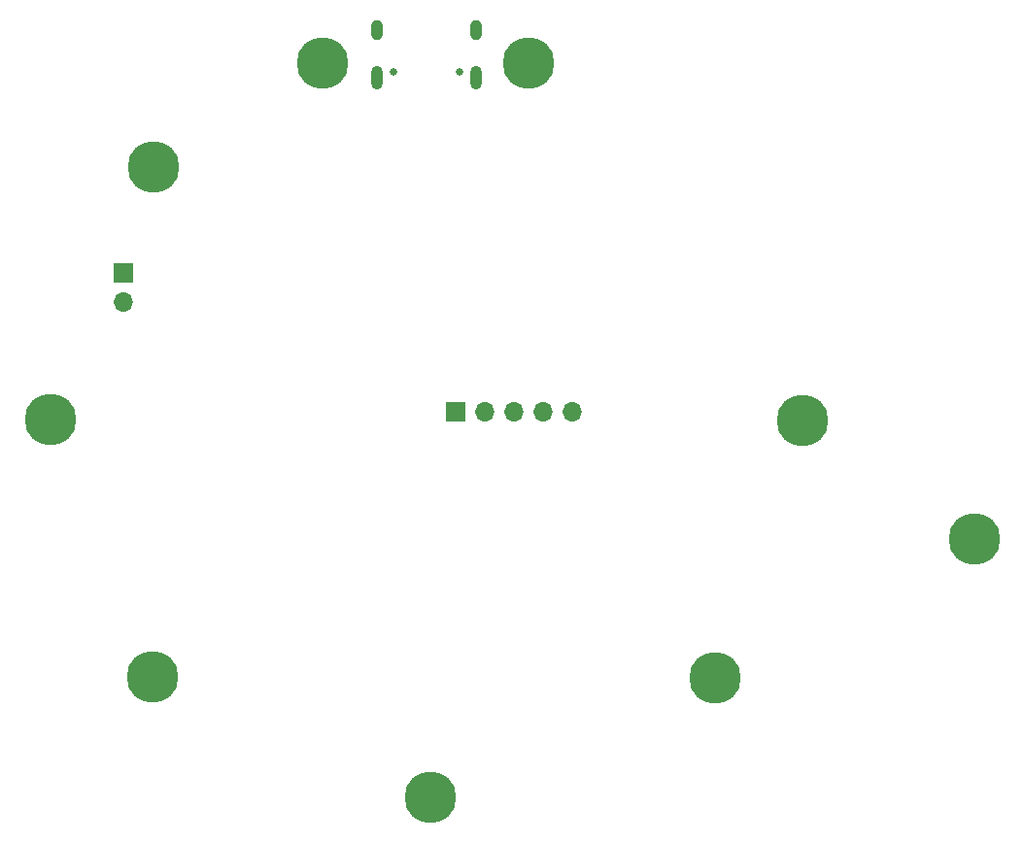
<source format=gbr>
%TF.GenerationSoftware,KiCad,Pcbnew,8.0.0*%
%TF.CreationDate,2024-05-31T15:26:32-05:00*%
%TF.ProjectId,GaussMouse,47617573-734d-46f7-9573-652e6b696361,rev?*%
%TF.SameCoordinates,Original*%
%TF.FileFunction,Soldermask,Bot*%
%TF.FilePolarity,Negative*%
%FSLAX46Y46*%
G04 Gerber Fmt 4.6, Leading zero omitted, Abs format (unit mm)*
G04 Created by KiCad (PCBNEW 8.0.0) date 2024-05-31 15:26:32*
%MOMM*%
%LPD*%
G01*
G04 APERTURE LIST*
%ADD10R,1.700000X1.700000*%
%ADD11O,1.700000X1.700000*%
%ADD12C,4.500000*%
%ADD13C,0.650000*%
%ADD14O,1.000000X2.100000*%
%ADD15O,1.000000X1.800000*%
G04 APERTURE END LIST*
D10*
%TO.C,J3*%
X83625000Y-90615000D03*
D11*
X86165000Y-90615000D03*
X88705000Y-90615000D03*
X91245000Y-90615000D03*
X93785000Y-90615000D03*
%TD*%
D10*
%TO.C,BT1*%
X54700000Y-78460000D03*
D11*
X54700000Y-81000000D03*
%TD*%
D12*
%TO.C,H6*%
X57300000Y-69300000D03*
%TD*%
%TO.C,H9*%
X128825000Y-101715000D03*
%TD*%
%TO.C,H8*%
X72000000Y-60200000D03*
%TD*%
%TO.C,H7*%
X48300000Y-91300000D03*
%TD*%
%TO.C,H1*%
X113900000Y-91400000D03*
%TD*%
D13*
%TO.C,J1*%
X83990000Y-60987500D03*
X78210000Y-60987500D03*
D14*
X85420000Y-61487500D03*
D15*
X85420000Y-57337500D03*
D14*
X76780000Y-61487500D03*
D15*
X76780000Y-57337500D03*
%TD*%
D12*
%TO.C,H5*%
X90000000Y-60200000D03*
%TD*%
%TO.C,H4*%
X81400000Y-124200000D03*
%TD*%
%TO.C,H3*%
X106200000Y-113800000D03*
%TD*%
%TO.C,H2*%
X57200000Y-113700000D03*
%TD*%
M02*

</source>
